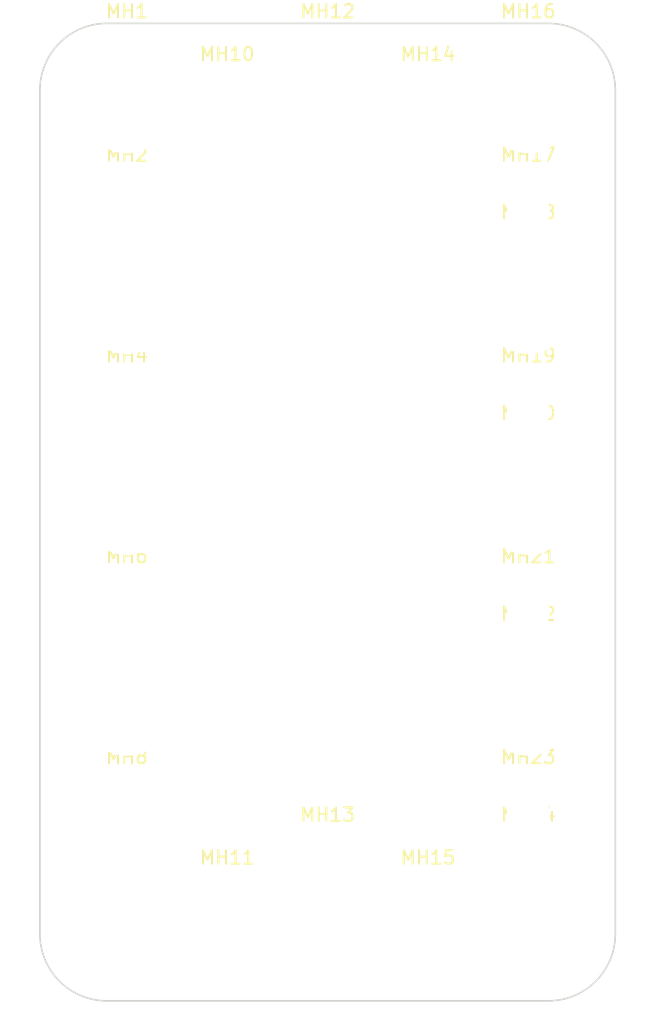
<source format=kicad_pcb>
(kicad_pcb (version 20221018) (generator pcbnew)
  (layers (0 "F.Cu" signal) (31 "B.Cu" signal) (34 "B.Paste" user) (35 "F.Paste" user) (36 "B.SilkS" user "B.Silkscreen") (37 "F.SilkS" user "F.Silkscreen") (38 "B.Mask" user) (39 "F.Mask" user) (44 "Edge.Cuts" user))
  (net 0 "")
  (footprint "MountingHole_6.4mm_M6" (layer "F.Cu") (at -15.0 -30.0)
    (fp_text reference "MH1" (at 0 -7.4) (layer "F.SilkS"))
    (fp_text value "MountingHole_6.4mm_M6")
    (pad "" np_thru_hole circle (at 0 0) (size 6.4 6.4) (drill 6.4) (layers *.Cu *.Mask))
  )
  (footprint "MountingHole_3.2mm_M3" (layer "F.Cu") (at -15.0 -22.5)
    (fp_text reference "MH2" (at 0 -4.2) (layer "F.SilkS"))
    (fp_text value "MountingHole_3.2mm_M3")
    (pad "" np_thru_hole circle (at 0 0) (size 3.2 3.2) (drill 3.2) (layers *.Cu *.Mask))
  )
  (footprint "MountingHole_6.4mm_M6" (layer "F.Cu") (at -15.0 -15.0)
    (fp_text reference "MH3" (at 0 -7.4) (layer "F.SilkS"))
    (fp_text value "MountingHole_6.4mm_M6")
    (pad "" np_thru_hole circle (at 0 0) (size 6.4 6.4) (drill 6.4) (layers *.Cu *.Mask))
  )
  (footprint "MountingHole_3.2mm_M3" (layer "F.Cu") (at -15.0 -7.5)
    (fp_text reference "MH4" (at 0 -4.2) (layer "F.SilkS"))
    (fp_text value "MountingHole_3.2mm_M3")
    (pad "" np_thru_hole circle (at 0 0) (size 3.2 3.2) (drill 3.2) (layers *.Cu *.Mask))
  )
  (footprint "MountingHole_6.4mm_M6" (layer "F.Cu") (at -15.0 0.0)
    (fp_text reference "MH5" (at 0 -7.4) (layer "F.SilkS"))
    (fp_text value "MountingHole_6.4mm_M6")
    (pad "" np_thru_hole circle (at 0 0) (size 6.4 6.4) (drill 6.4) (layers *.Cu *.Mask))
  )
  (footprint "MountingHole_3.2mm_M3" (layer "F.Cu") (at -15.0 7.5)
    (fp_text reference "MH6" (at 0 -4.2) (layer "F.SilkS"))
    (fp_text value "MountingHole_3.2mm_M3")
    (pad "" np_thru_hole circle (at 0 0) (size 3.2 3.2) (drill 3.2) (layers *.Cu *.Mask))
  )
  (footprint "MountingHole_6.4mm_M6" (layer "F.Cu") (at -15.0 15.0)
    (fp_text reference "MH7" (at 0 -7.4) (layer "F.SilkS"))
    (fp_text value "MountingHole_6.4mm_M6")
    (pad "" np_thru_hole circle (at 0 0) (size 6.4 6.4) (drill 6.4) (layers *.Cu *.Mask))
  )
  (footprint "MountingHole_3.2mm_M3" (layer "F.Cu") (at -15.0 22.5)
    (fp_text reference "MH8" (at 0 -4.2) (layer "F.SilkS"))
    (fp_text value "MountingHole_3.2mm_M3")
    (pad "" np_thru_hole circle (at 0 0) (size 3.2 3.2) (drill 3.2) (layers *.Cu *.Mask))
  )
  (footprint "MountingHole_6.4mm_M6" (layer "F.Cu") (at -15.0 30.0)
    (fp_text reference "MH9" (at 0 -7.4) (layer "F.SilkS"))
    (fp_text value "MountingHole_6.4mm_M6")
    (pad "" np_thru_hole circle (at 0 0) (size 6.4 6.4) (drill 6.4) (layers *.Cu *.Mask))
  )
  (footprint "MountingHole_3.2mm_M3" (layer "F.Cu") (at -7.5 -30.0)
    (fp_text reference "MH10" (at 0 -4.2) (layer "F.SilkS"))
    (fp_text value "MountingHole_3.2mm_M3")
    (pad "" np_thru_hole circle (at 0 0) (size 3.2 3.2) (drill 3.2) (layers *.Cu *.Mask))
  )
  (footprint "MountingHole_3.2mm_M3" (layer "F.Cu") (at -7.5 30.0)
    (fp_text reference "MH11" (at 0 -4.2) (layer "F.SilkS"))
    (fp_text value "MountingHole_3.2mm_M3")
    (pad "" np_thru_hole circle (at 0 0) (size 3.2 3.2) (drill 3.2) (layers *.Cu *.Mask))
  )
  (footprint "MountingHole_6.4mm_M6" (layer "F.Cu") (at 0.0 -30.0)
    (fp_text reference "MH12" (at 0 -7.4) (layer "F.SilkS"))
    (fp_text value "MountingHole_6.4mm_M6")
    (pad "" np_thru_hole circle (at 0 0) (size 6.4 6.4) (drill 6.4) (layers *.Cu *.Mask))
  )
  (footprint "MountingHole_6.4mm_M6" (layer "F.Cu") (at 0.0 30.0)
    (fp_text reference "MH13" (at 0 -7.4) (layer "F.SilkS"))
    (fp_text value "MountingHole_6.4mm_M6")
    (pad "" np_thru_hole circle (at 0 0) (size 6.4 6.4) (drill 6.4) (layers *.Cu *.Mask))
  )
  (footprint "MountingHole_3.2mm_M3" (layer "F.Cu") (at 7.5 -30.0)
    (fp_text reference "MH14" (at 0 -4.2) (layer "F.SilkS"))
    (fp_text value "MountingHole_3.2mm_M3")
    (pad "" np_thru_hole circle (at 0 0) (size 3.2 3.2) (drill 3.2) (layers *.Cu *.Mask))
  )
  (footprint "MountingHole_3.2mm_M3" (layer "F.Cu") (at 7.5 30.0)
    (fp_text reference "MH15" (at 0 -4.2) (layer "F.SilkS"))
    (fp_text value "MountingHole_3.2mm_M3")
    (pad "" np_thru_hole circle (at 0 0) (size 3.2 3.2) (drill 3.2) (layers *.Cu *.Mask))
  )
  (footprint "MountingHole_6.4mm_M6" (layer "F.Cu") (at 15.0 -30.0)
    (fp_text reference "MH16" (at 0 -7.4) (layer "F.SilkS"))
    (fp_text value "MountingHole_6.4mm_M6")
    (pad "" np_thru_hole circle (at 0 0) (size 6.4 6.4) (drill 6.4) (layers *.Cu *.Mask))
  )
  (footprint "MountingHole_3.2mm_M3" (layer "F.Cu") (at 15.0 -22.5)
    (fp_text reference "MH17" (at 0 -4.2) (layer "F.SilkS"))
    (fp_text value "MountingHole_3.2mm_M3")
    (pad "" np_thru_hole circle (at 0 0) (size 3.2 3.2) (drill 3.2) (layers *.Cu *.Mask))
  )
  (footprint "MountingHole_6.4mm_M6" (layer "F.Cu") (at 15.0 -15.0)
    (fp_text reference "MH18" (at 0 -7.4) (layer "F.SilkS"))
    (fp_text value "MountingHole_6.4mm_M6")
    (pad "" np_thru_hole circle (at 0 0) (size 6.4 6.4) (drill 6.4) (layers *.Cu *.Mask))
  )
  (footprint "MountingHole_3.2mm_M3" (layer "F.Cu") (at 15.0 -7.5)
    (fp_text reference "MH19" (at 0 -4.2) (layer "F.SilkS"))
    (fp_text value "MountingHole_3.2mm_M3")
    (pad "" np_thru_hole circle (at 0 0) (size 3.2 3.2) (drill 3.2) (layers *.Cu *.Mask))
  )
  (footprint "MountingHole_6.4mm_M6" (layer "F.Cu") (at 15.0 0.0)
    (fp_text reference "MH20" (at 0 -7.4) (layer "F.SilkS"))
    (fp_text value "MountingHole_6.4mm_M6")
    (pad "" np_thru_hole circle (at 0 0) (size 6.4 6.4) (drill 6.4) (layers *.Cu *.Mask))
  )
  (footprint "MountingHole_3.2mm_M3" (layer "F.Cu") (at 15.0 7.5)
    (fp_text reference "MH21" (at 0 -4.2) (layer "F.SilkS"))
    (fp_text value "MountingHole_3.2mm_M3")
    (pad "" np_thru_hole circle (at 0 0) (size 3.2 3.2) (drill 3.2) (layers *.Cu *.Mask))
  )
  (footprint "MountingHole_6.4mm_M6" (layer "F.Cu") (at 15.0 15.0)
    (fp_text reference "MH22" (at 0 -7.4) (layer "F.SilkS"))
    (fp_text value "MountingHole_6.4mm_M6")
    (pad "" np_thru_hole circle (at 0 0) (size 6.4 6.4) (drill 6.4) (layers *.Cu *.Mask))
  )
  (footprint "MountingHole_3.2mm_M3" (layer "F.Cu") (at 15.0 22.5)
    (fp_text reference "MH23" (at 0 -4.2) (layer "F.SilkS"))
    (fp_text value "MountingHole_3.2mm_M3")
    (pad "" np_thru_hole circle (at 0 0) (size 3.2 3.2) (drill 3.2) (layers *.Cu *.Mask))
  )
  (footprint "MountingHole_6.4mm_M6" (layer "F.Cu") (at 15.0 30.0)
    (fp_text reference "MH24" (at 0 -7.4) (layer "F.SilkS"))
    (fp_text value "MountingHole_6.4mm_M6")
    (pad "" np_thru_hole circle (at 0 0) (size 6.4 6.4) (drill 6.4) (layers *.Cu *.Mask))
  )
  (gr_line (start -16.5 -36.5) (end 16.5 -36.5) (layer "Edge.Cuts") (width 0.12))
  (gr_line (start -16.5 36.5) (end 16.5 36.5) (layer "Edge.Cuts") (width 0.12))
  (gr_line (start -21.5 -31.5) (end -21.5 31.5) (layer "Edge.Cuts") (width 0.12))
  (gr_line (start 21.5 -31.5) (end 21.5 31.5) (layer "Edge.Cuts") (width 0.12))
  (gr_arc (start -21.5 -31.5) (mid -20.035533905932738 -35.03553390593274) (end -16.5 -36.5) (layer "Edge.Cuts") (width 0.12))
  (gr_arc (start 21.5 -31.5) (mid 20.035533905932738 -35.03553390593274) (end 16.5 -36.5) (layer "Edge.Cuts") (width 0.12))
  (gr_arc (start 21.5 31.5) (mid 20.035533905932738 35.03553390593274) (end 16.5 36.5) (layer "Edge.Cuts") (width 0.12))
  (gr_arc (start -21.5 31.5) (mid -20.035533905932738 35.03553390593274) (end -16.5 36.5) (layer "Edge.Cuts") (width 0.12))
)
</source>
